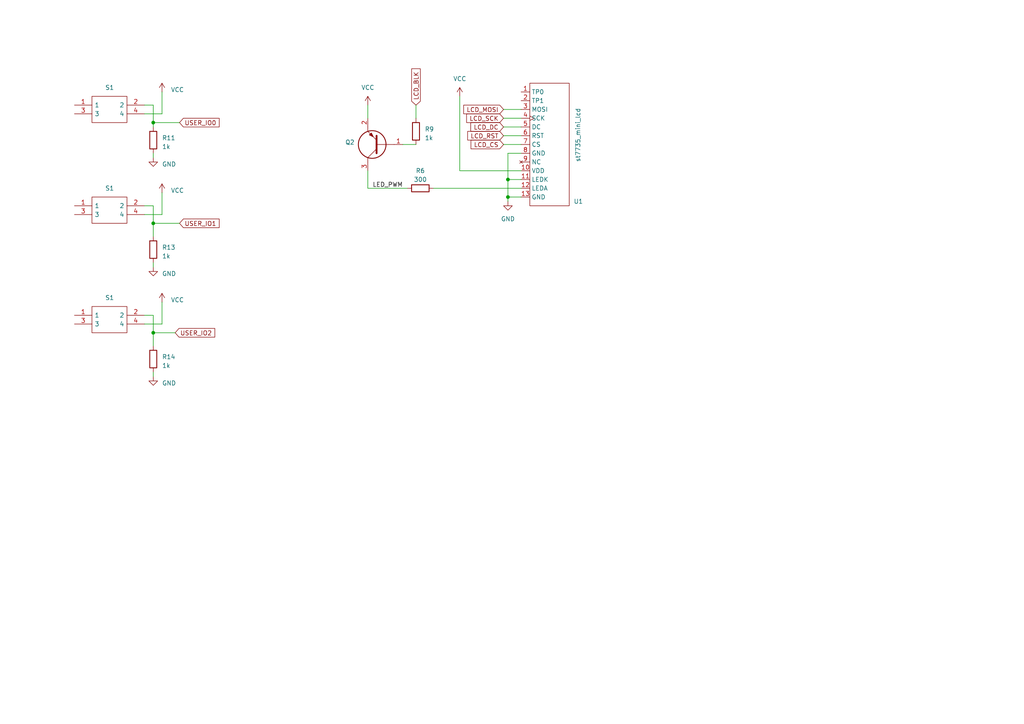
<source format=kicad_sch>
(kicad_sch (version 20230121) (generator eeschema)
  (paper "A4")
  (lib_symbols
    (symbol "1_Samacsys:RN2425_TE85L,F_" (pin_names (offset 0.762))
      (property "Reference" "Q" (at 13.97 1.27 0))
      (property "Value" "RN2425_TE85L,F_" (at 13.97 -1.27 0))
      (symbol "RN2425_TE85L,F__0_0"
        (pin passive line (at 0 0 0) (length 2.54) (name "~") (number "1"))
        (pin passive line (at 10.16 -7.62 90) (length 2.54) (name "~") (number "2"))
        (pin passive line (at 10.16 7.62 270) (length 2.54) (name "~") (number "3"))
      )
      (symbol "RN2425_TE85L,F__0_1"
        (polyline (pts (xy 2.54 0) (xy 7.62 0)) (stroke (width 0.1524)))
        (polyline (pts (xy 7.62 -1.27) (xy 10.16 -3.81)) (stroke (width 0.1524)))
        (polyline (pts (xy 7.62 1.27) (xy 10.16 3.81)) (stroke (width 0.1524)))
        (polyline (pts (xy 7.62 2.54) (xy 7.62 -2.54)) (stroke (width 0.508)))
        (polyline (pts (xy 10.16 -3.81) (xy 10.16 -5.08)) (stroke (width 0.1524)))
        (polyline (pts (xy 10.16 3.81) (xy 10.16 5.08)) (stroke (width 0.1524)))
        (polyline (pts (xy 9.652 -2.794) (xy 9.144 -3.302) (xy 8.636 -2.286) (xy 9.652 -2.794)) (stroke (width 0.254)) (fill (type outline)))
        (circle (center 8.89 0) (radius 4.0132) (stroke (width 0.254)))
      )
    )
    (symbol "Device:R" (pin_numbers hide) (pin_names (offset 0))
      (property "Reference" "R" (at 2.032 0 90))
      (property "Value" "R" (at 0 0 90))
      (symbol "R_0_1"
        (rectangle (start -1.016 -2.54) (end 1.016 2.54) (stroke (width 0.254)))
      )
      (symbol "R_1_1"
        (pin passive line (at 0 3.81 270) (length 1.27) (name "~") (number "1"))
        (pin passive line (at 0 -3.81 90) (length 1.27) (name "~") (number "2"))
      )
    )
    (symbol "_SamacSys:PTS810SJK250SMTRLFS" (pin_names (offset 0.762))
      (property "Reference" "S" (at 16.51 7.62 0))
      (property "Value" "PTS810SJK250SMTRLFS" (at 16.51 5.08 0))
      (symbol "PTS810SJK250SMTRLFS_0_0"
        (pin passive line (at 0 0 0) (length 5.08) (name "1") (number "1"))
        (pin passive line (at 20.32 0 180) (length 5.08) (name "2") (number "2"))
        (pin passive line (at 0 -2.54 0) (length 5.08) (name "3") (number "3"))
        (pin passive line (at 20.32 -2.54 180) (length 5.08) (name "4") (number "4"))
      )
      (symbol "PTS810SJK250SMTRLFS_0_1"
        (polyline (pts (xy 5.08 2.54) (xy 15.24 2.54) (xy 15.24 -5.08) (xy 5.08 -5.08) (xy 5.08 2.54)) (stroke (width 0.1524)))
      )
    )
    (symbol "itz:st7735_mini_lcd"
      (property "Reference" "U1" (at 12.7 -36.83 0))
      (property "Value" "st7735_mini_lcd" (at 13.97 -25.4 90))
      (symbol "st7735_mini_lcd_0_1"
        (rectangle (start 0 -2.54) (end 11.43 -38.1))
      )
      (symbol "st7735_mini_lcd_1_1"
        (pin input line (at -2.54 -5.08 0) (length 2.54) (name "TP0") (number "1"))
        (pin power_in line (at -2.54 -27.94 0) (length 2.54) (name "VDD") (number "10"))
        (pin power_in line (at -2.54 -30.48 0) (length 2.54) (name "LEDK") (number "11"))
        (pin power_in line (at -2.54 -33.02 0) (length 2.54) (name "LEDA") (number "12"))
        (pin power_in line (at -2.54 -35.56 0) (length 2.54) (name "GND") (number "13"))
        (pin input line (at -2.54 -7.62 0) (length 2.54) (name "TP1") (number "2"))
        (pin input line (at -2.54 -10.16 0) (length 2.54) (name "MOSI") (number "3"))
        (pin input clock (at -2.54 -12.7 0) (length 2.54) (name "SCK") (number "4"))
        (pin input line (at -2.54 -15.24 0) (length 2.54) (name "DC") (number "5"))
        (pin input line (at -2.54 -17.78 0) (length 2.54) (name "RST") (number "6"))
        (pin input line (at -2.54 -20.32 0) (length 2.54) (name "CS") (number "7"))
        (pin power_in line (at -2.54 -22.86 0) (length 2.54) (name "GND") (number "8"))
        (pin no_connect line (at -2.54 -25.4 0) (length 2.54) (name "NC") (number "9"))
      )
    )
    (symbol "power:GND" (power) (pin_names (offset 0))
      (property "Value" "GND" (at 0 -3.81 0))
      (symbol "GND_0_1"
        (polyline (pts (xy 0 0) (xy 0 -1.27) (xy 1.27 -1.27) (xy 0 -2.54) (xy -1.27 -1.27) (xy 0 -1.27)))
      )
      (symbol "GND_1_1"
        (pin power_in line (at 0 0 270) (length 0) hide (name "GND") (number "1"))
      )
    )
    (symbol "power:VCC" (power) (pin_names (offset 0))
      (property "Value" "VCC" (at 0 3.81 0))
      (symbol "VCC_0_1"
        (polyline (pts (xy -0.762 1.27) (xy 0 2.54)))
        (polyline (pts (xy 0 0) (xy 0 2.54)))
        (polyline (pts (xy 0 2.54) (xy 0.762 1.27)))
      )
      (symbol "VCC_1_1"
        (pin power_in line (at 0 0 90) (length 0) hide (name "VCC") (number "1"))
      )
    )
  )
  (junction (at 44.45 64.77))
  (junction (at 44.45 96.52))
  (junction (at 44.45 35.56))
  (junction (at 147.32 57.15))
  (junction (at 147.32 52.07))
  (wire (pts (xy 44.45 96.52) (xy 44.45 91.44)))
  (wire (pts (xy 46.99 87.63) (xy 46.99 93.98)))
  (wire (pts (xy 44.45 76.2) (xy 44.45 77.47)))
  (wire (pts (xy 44.45 35.56) (xy 44.45 36.83)))
  (wire (pts (xy 146.05 36.83) (xy 151.13 36.83)))
  (wire (pts (xy 151.13 44.45) (xy 147.32 44.45)))
  (wire (pts (xy 106.68 54.61) (xy 106.68 49.53)))
  (wire (pts (xy 44.45 107.95) (xy 44.45 109.22)))
  (wire (pts (xy 41.91 93.98) (xy 46.99 93.98)))
  (wire (pts (xy 52.07 35.56) (xy 44.45 35.56)))
  (wire (pts (xy 147.32 57.15) (xy 147.32 58.42)))
  (wire (pts (xy 125.73 54.61) (xy 151.13 54.61)))
  (wire (pts (xy 146.05 39.37) (xy 151.13 39.37)))
  (wire (pts (xy 46.99 33.02) (xy 41.91 33.02)))
  (wire (pts (xy 116.84 41.91) (xy 120.65 41.91)))
  (wire (pts (xy 146.05 31.75) (xy 151.13 31.75)))
  (wire (pts (xy 44.45 64.77) (xy 44.45 68.58)))
  (wire (pts (xy 151.13 57.15) (xy 147.32 57.15)))
  (wire (pts (xy 52.07 64.77) (xy 44.45 64.77)))
  (wire (pts (xy 46.99 55.88) (xy 46.99 62.23)))
  (wire (pts (xy 44.45 96.52) (xy 50.8 96.52)))
  (wire (pts (xy 44.45 96.52) (xy 44.45 100.33)))
  (wire (pts (xy 41.91 30.48) (xy 44.45 30.48)))
  (wire (pts (xy 41.91 59.69) (xy 44.45 59.69)))
  (wire (pts (xy 46.99 26.67) (xy 46.99 33.02)))
  (wire (pts (xy 106.68 30.48) (xy 106.68 34.29)))
  (wire (pts (xy 44.45 45.72) (xy 44.45 44.45)))
  (wire (pts (xy 147.32 52.07) (xy 147.32 57.15)))
  (wire (pts (xy 133.35 27.94) (xy 133.35 49.53)))
  (wire (pts (xy 147.32 44.45) (xy 147.32 52.07)))
  (wire (pts (xy 146.05 34.29) (xy 151.13 34.29)))
  (wire (pts (xy 41.91 62.23) (xy 46.99 62.23)))
  (wire (pts (xy 146.05 41.91) (xy 151.13 41.91)))
  (wire (pts (xy 147.32 52.07) (xy 151.13 52.07)))
  (wire (pts (xy 106.68 54.61) (xy 118.11 54.61)))
  (wire (pts (xy 151.13 49.53) (xy 133.35 49.53)))
  (wire (pts (xy 44.45 35.56) (xy 44.45 30.48)))
  (wire (pts (xy 41.91 91.44) (xy 44.45 91.44)))
  (wire (pts (xy 120.65 34.29) (xy 120.65 30.48)))
  (wire (pts (xy 44.45 59.69) (xy 44.45 64.77)))
  (label "LED_PWM" (at 116.84 54.61 180))
  (global_label "LCD_MOSI" (shape input) (at 146.05 31.75 180) (property "Intersheetrefs" "${INTERSHEET_REFS}" (effects hide)))
  (global_label "USER_IO1" (shape input) (at 52.07 64.77 0) (property "Intersheetrefs" "${INTERSHEET_REFS}" (effects hide)))
  (global_label "LCD_DC" (shape input) (at 146.05 36.83 180) (property "Intersheetrefs" "${INTERSHEET_REFS}" (effects hide)))
  (global_label "LCD_RST" (shape input) (at 146.05 39.37 180) (property "Intersheetrefs" "${INTERSHEET_REFS}" (effects hide)))
  (global_label "USER_IO2" (shape input) (at 50.8 96.52 0) (property "Intersheetrefs" "${INTERSHEET_REFS}" (effects hide)))
  (global_label "LCD_CS" (shape input) (at 146.05 41.91 180) (property "Intersheetrefs" "${INTERSHEET_REFS}" (effects hide)))
  (global_label "LCD_BLK" (shape input) (at 120.65 30.48 90) (property "Intersheetrefs" "${INTERSHEET_REFS}" (effects hide)))
  (global_label "LCD_SCK" (shape input) (at 146.05 34.29 180) (property "Intersheetrefs" "${INTERSHEET_REFS}" (effects hide)))
  (global_label "USER_IO0" (shape input) (at 52.07 35.56 0) (property "Intersheetrefs" "${INTERSHEET_REFS}" (effects hide)))
  (symbol (lib_id "itz:st7735_mini_lcd") (at 153.67 21.59 0) (unit 1)
    (property "Reference" "U1" (at 166.37 58.42 0) (effects (justify left)))
    (property "Value" "st7735_mini_lcd" (at 167.64 46.99 90) (effects (justify left)))
    (property "Footprint" "_itz:ST7735" (effects hide))
  )
  (symbol (lib_id "Device:R") (at 121.92 54.61 270) (unit 1)
    (property "Reference" "R6" (at 121.92 49.53 90))
    (property "Value" "300" (at 121.92 52.07 90))
    (property "Footprint" "Resistor_SMD:R_0603_1608Metric" (effects hide))
    (instances (project "lpc1756_totp" (path "" (reference "R6") (unit 1))) (project "mini_ir_cam_v3" (path "" (reference "R4") (unit 1))))
  )
  (symbol (lib_id "power:VCC") (at 46.99 87.63 0) (unit 1)
    (property "Reference" "#PWR0105" (effects hide))
    (property "Value" "VCC" (at 49.53 86.995 0) (effects (justify left)))
    (instances (project "lpc1756_usb" (path "" (reference "#PWR0105") (unit 1))) (project "lpc1756_totp" (path "" (reference "#PWR036") (unit 1)) (path "" (reference "#PWR047") (unit 1))))
  )
  (symbol (lib_id "_SamacSys:PTS810SJK250SMTRLFS") (at 21.59 91.44 0) (unit 1)
    (property "Reference" "S1" (at 30.48 86.36 0) (effects (justify left)))
    (property "Value" "PTS810SJK250SMTRLFS" (effects hide))
    (property "Footprint" "_SamacSys:PTS810SJG250SMTRLFS" (effects hide))
    (property "Datasheet" "https://www.ckswitches.com/media/1476/pts810.pdf" (effects hide))
    (property "Description" "IP40 Black Button Tactile Switch, SPST-NO 50 mA 3mm Surface Mount" (effects hide))
    (property "Mouser Part Number" "611-PTS810SJK250SMTR" (effects hide))
    (property "Mouser Price/Stock" "https://www.mouser.co.uk/ProductDetail/CK/PTS810SJK250SMTRLFS?qs=UxeAxwACbqlfHzoZSrW3%2Fw%3D%3D" (effects hide))
    (property "Manufacturer_Name" "C & K COMPONENTS" (effects hide))
    (property "Manufacturer_Part_Number" "PTS810SJK250SMTRLFS" (effects hide))
    (instances (project "lpc1756_totp" (path "" (reference "S1") (unit 1)) (path "" (reference "S3") (unit 1))))
  )
  (symbol (lib_id "_SamacSys:PTS810SJK250SMTRLFS") (at 21.59 59.69 0) (unit 1)
    (property "Reference" "S1" (at 30.48 54.61 0) (effects (justify left)))
    (property "Value" "PTS810SJK250SMTRLFS" (effects hide))
    (property "Footprint" "_SamacSys:PTS810SJG250SMTRLFS" (effects hide))
    (property "Datasheet" "https://www.ckswitches.com/media/1476/pts810.pdf" (effects hide))
    (property "Description" "IP40 Black Button Tactile Switch, SPST-NO 50 mA 3mm Surface Mount" (effects hide))
    (property "Mouser Part Number" "611-PTS810SJK250SMTR" (effects hide))
    (property "Mouser Price/Stock" "https://www.mouser.co.uk/ProductDetail/CK/PTS810SJK250SMTRLFS?qs=UxeAxwACbqlfHzoZSrW3%2Fw%3D%3D" (effects hide))
    (property "Manufacturer_Name" "C & K COMPONENTS" (effects hide))
    (property "Manufacturer_Part_Number" "PTS810SJK250SMTRLFS" (effects hide))
    (instances (project "lpc1756_totp" (path "" (reference "S1") (unit 1)) (path "" (reference "S2") (unit 1))))
  )
  (symbol (lib_id "power:GND") (at 44.45 77.47 0) (unit 1)
    (property "Reference" "#PWR046" (effects hide))
    (property "Value" "GND" (at 46.99 79.375 0) (effects (justify left)))
    (instances (project "lpc1756_totp" (path "" (reference "#PWR046") (unit 1))) (project "mini_ir_cam_v3" (path "" (reference "#PWR0112") (unit 1))))
  )
  (symbol (lib_id "1_Samacsys:RN2425_TE85L,F_") (at 116.84 41.91 180) (unit 1)
    (property "Reference" "Q2" (at 102.87 41.275 0) (effects (justify left)))
    (property "Value" "RN2425_TE85L,F_" (effects hide))
    (property "Footprint" "_SamacSys:RN2425TE85LF" (effects hide))
    (property "Datasheet" "https://toshiba.semicon-storage.com/" (effects hide))
    (property "Description" "TRANSISTOR PNP BRT, Q1BSR=0.47kOhm, Q1BER=10kOhm, VCEO=-50V, IC=-0.8A, inSOT-346   (S-Mini) package" (effects hide))
    (property "Height" "1.4" (effects hide))
    (property "Mouser Part Number" "757-RN2425TE85LF" (effects hide))
    (property "Mouser Price/Stock" "https://www.mouser.co.uk/ProductDetail/Toshiba/RN2425TE85LF?qs=lkMpTOwszhdPlAUTalEwwg%3D%3D" (effects hide))
    (property "Manufacturer_Name" "Toshiba" (effects hide))
    (property "Manufacturer_Part_Number" "RN2425(TE85L,F)" (effects hide))
    (instances (project "lpc1756_totp" (path "" (reference "Q2") (unit 1))) (project "mini_ir_cam_v3" (path "" (reference "Q1") (unit 1))))
  )
  (symbol (lib_id "power:GND") (at 147.32 58.42 0) (unit 1)
    (property "Reference" "#PWR024" (effects hide))
    (property "Value" "GND" (at 147.32 63.5 0))
    (instances (project "lpc1756_totp" (path "" (reference "#PWR024") (unit 1))) (project "mini_ir_cam_v3" (path "" (reference "#PWR0112") (unit 1))))
  )
  (symbol (lib_id "power:VCC") (at 133.35 27.94 0) (unit 1)
    (property "Reference" "#PWR0105" (effects hide))
    (property "Value" "VCC" (at 133.35 22.86 0))
    (instances (project "lpc1756_usb" (path "" (reference "#PWR0105") (unit 1))) (project "lpc1756_totp" (path "" (reference "#PWR036") (unit 1)) (path "" (reference "#PWR013") (unit 1))))
  )
  (symbol (lib_id "Device:R") (at 44.45 104.14 180) (unit 1)
    (property "Reference" "R14" (at 46.99 103.505 0) (effects (justify right)))
    (property "Value" "1k" (at 46.99 106.045 0) (effects (justify right)))
    (property "Footprint" "Resistor_SMD:R_0603_1608Metric" (effects hide))
    (instances (project "lpc1756_totp" (path "" (reference "R14") (unit 1))) (project "mini_ir_cam_v3" (path "" (reference "R4") (unit 1))))
  )
  (symbol (lib_id "_SamacSys:PTS810SJK250SMTRLFS") (at 21.59 30.48 0) (unit 1)
    (property "Reference" "S1" (at 30.48 25.4 0) (effects (justify left)))
    (property "Value" "PTS810SJK250SMTRLFS" (effects hide))
    (property "Footprint" "_SamacSys:PTS810SJG250SMTRLFS" (effects hide))
    (property "Datasheet" "https://www.ckswitches.com/media/1476/pts810.pdf" (effects hide))
    (property "Description" "IP40 Black Button Tactile Switch, SPST-NO 50 mA 3mm Surface Mount" (effects hide))
    (property "Mouser Part Number" "611-PTS810SJK250SMTR" (effects hide))
    (property "Mouser Price/Stock" "https://www.mouser.co.uk/ProductDetail/CK/PTS810SJK250SMTRLFS?qs=UxeAxwACbqlfHzoZSrW3%2Fw%3D%3D" (effects hide))
    (property "Manufacturer_Name" "C & K COMPONENTS" (effects hide))
    (property "Manufacturer_Part_Number" "PTS810SJK250SMTRLFS" (effects hide))
  )
  (symbol (lib_id "Device:R") (at 44.45 40.64 180) (unit 1)
    (property "Reference" "R11" (at 46.99 40.005 0) (effects (justify right)))
    (property "Value" "1k" (at 46.99 42.545 0) (effects (justify right)))
    (property "Footprint" "Resistor_SMD:R_0603_1608Metric" (effects hide))
    (instances (project "lpc1756_totp" (path "" (reference "R11") (unit 1))) (project "mini_ir_cam_v3" (path "" (reference "R4") (unit 1))))
  )
  (symbol (lib_id "power:VCC") (at 46.99 26.67 0) (unit 1)
    (property "Reference" "#PWR0105" (effects hide))
    (property "Value" "VCC" (at 49.53 26.035 0) (effects (justify left)))
    (instances (project "lpc1756_usb" (path "" (reference "#PWR0105") (unit 1))) (project "lpc1756_totp" (path "" (reference "#PWR036") (unit 1)) (path "" (reference "#PWR041") (unit 1))))
  )
  (symbol (lib_id "power:VCC") (at 106.68 30.48 0) (unit 1)
    (property "Reference" "#PWR0105" (effects hide))
    (property "Value" "VCC" (at 106.68 25.4 0))
    (instances (project "lpc1756_usb" (path "" (reference "#PWR0105") (unit 1))) (project "lpc1756_totp" (path "" (reference "#PWR036") (unit 1)) (path "" (reference "#PWR012") (unit 1))))
  )
  (symbol (lib_id "power:GND") (at 44.45 45.72 0) (unit 1)
    (property "Reference" "#PWR040" (effects hide))
    (property "Value" "GND" (at 46.99 47.625 0) (effects (justify left)))
    (instances (project "lpc1756_totp" (path "" (reference "#PWR040") (unit 1))) (project "mini_ir_cam_v3" (path "" (reference "#PWR0112") (unit 1))))
  )
  (symbol (lib_id "power:GND") (at 44.45 109.22 0) (unit 1)
    (property "Reference" "#PWR048" (effects hide))
    (property "Value" "GND" (at 46.99 111.125 0) (effects (justify left)))
    (instances (project "lpc1756_totp" (path "" (reference "#PWR048") (unit 1))) (project "mini_ir_cam_v3" (path "" (reference "#PWR0112") (unit 1))))
  )
  (symbol (lib_id "Device:R") (at 120.65 38.1 180) (unit 1)
    (property "Reference" "R9" (at 123.19 37.465 0) (effects (justify right)))
    (property "Value" "1k" (at 123.19 40.005 0) (effects (justify right)))
    (property "Footprint" "Resistor_SMD:R_0603_1608Metric" (effects hide))
    (instances (project "lpc1756_totp" (path "" (reference "R9") (unit 1))) (project "mini_ir_cam_v3" (path "" (reference "R4") (unit 1))))
  )
  (symbol (lib_id "power:VCC") (at 46.99 55.88 0) (unit 1)
    (property "Reference" "#PWR0105" (effects hide))
    (property "Value" "VCC" (at 49.53 55.245 0) (effects (justify left)))
    (instances (project "lpc1756_usb" (path "" (reference "#PWR0105") (unit 1))) (project "lpc1756_totp" (path "" (reference "#PWR036") (unit 1)) (path "" (reference "#PWR045") (unit 1))))
  )
  (symbol (lib_id "Device:R") (at 44.45 72.39 180) (unit 1)
    (property "Reference" "R13" (at 46.99 71.755 0) (effects (justify right)))
    (property "Value" "1k" (at 46.99 74.295 0) (effects (justify right)))
    (property "Footprint" "Resistor_SMD:R_0603_1608Metric" (effects hide))
    (instances (project "lpc1756_totp" (path "" (reference "R13") (unit 1))) (project "mini_ir_cam_v3" (path "" (reference "R4") (unit 1))))
  )
)
</source>
